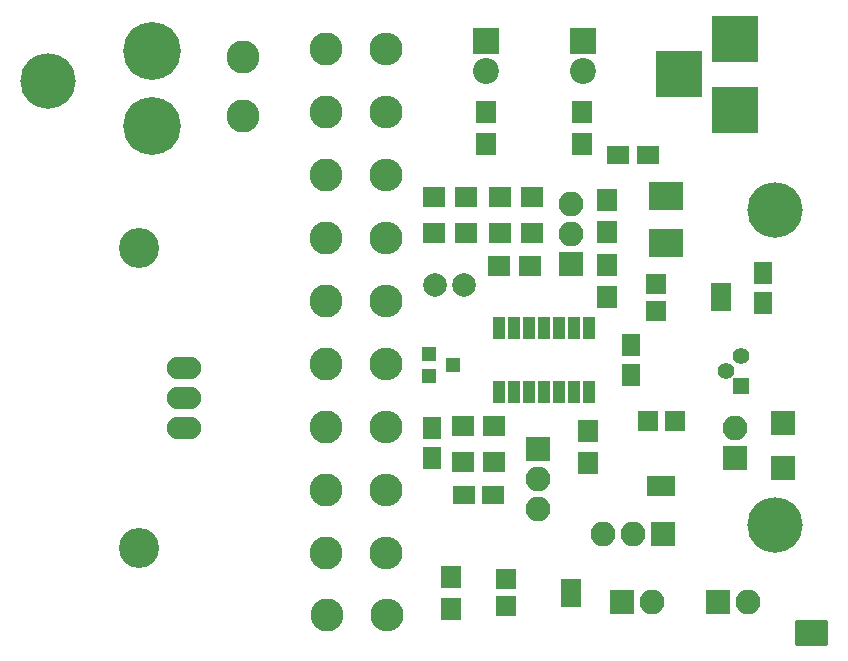
<source format=gbr>
G04 #@! TF.FileFunction,Soldermask,Top*
%FSLAX46Y46*%
G04 Gerber Fmt 4.6, Leading zero omitted, Abs format (unit mm)*
G04 Created by KiCad (PCBNEW 4.0.1-stable) date 10/30/2017 21:56:46*
%MOMM*%
G01*
G04 APERTURE LIST*
%ADD10C,0.100000*%
%ADD11R,1.900000X1.700000*%
%ADD12R,1.650000X1.900000*%
%ADD13R,2.100000X2.100000*%
%ADD14O,2.100000X2.100000*%
%ADD15C,1.400000*%
%ADD16R,1.400000X1.400000*%
%ADD17O,2.899360X1.901140*%
%ADD18R,1.700000X1.900000*%
%ADD19C,3.400000*%
%ADD20C,4.700000*%
%ADD21R,1.300000X1.200000*%
%ADD22R,2.900000X2.400000*%
%ADD23R,1.900000X1.650000*%
%ADD24R,2.200000X2.200000*%
%ADD25C,2.200000*%
%ADD26R,2.080000X2.080000*%
%ADD27C,2.800000*%
%ADD28O,2.800000X2.800000*%
%ADD29R,1.700000X2.400000*%
%ADD30R,1.700000X1.700000*%
%ADD31R,2.400000X1.700000*%
%ADD32C,2.000000*%
%ADD33R,1.000000X1.900000*%
%ADD34R,3.900000X3.900000*%
%ADD35C,4.900880*%
%ADD36C,0.254000*%
G04 APERTURE END LIST*
D10*
D11*
X136826000Y-79375000D03*
X139526000Y-79375000D03*
D12*
X153543000Y-91420000D03*
X153543000Y-88920000D03*
D13*
X160909000Y-110617000D03*
D14*
X163449000Y-110617000D03*
D13*
X162306000Y-98425000D03*
D14*
X162306000Y-95885000D03*
D15*
X161544000Y-91059000D03*
X162814000Y-89789000D03*
D16*
X162814000Y-92329000D03*
D17*
X115697000Y-93345000D03*
X115697000Y-95885000D03*
X115697000Y-90805000D03*
D11*
X139526000Y-76327000D03*
X136826000Y-76327000D03*
D18*
X151511000Y-84789000D03*
X151511000Y-82089000D03*
D11*
X142414000Y-76327000D03*
X145114000Y-76327000D03*
X145114000Y-79375000D03*
X142414000Y-79375000D03*
X142287000Y-82169000D03*
X144987000Y-82169000D03*
D18*
X149352000Y-71835000D03*
X149352000Y-69135000D03*
X151511000Y-79328000D03*
X151511000Y-76628000D03*
X141224000Y-71835000D03*
X141224000Y-69135000D03*
D11*
X139239000Y-98806000D03*
X141939000Y-98806000D03*
X139239000Y-95758000D03*
X141939000Y-95758000D03*
D18*
X149860000Y-96186000D03*
X149860000Y-98886000D03*
X138303000Y-111205000D03*
X138303000Y-108505000D03*
D19*
X111887000Y-80645000D03*
X111887000Y-106045000D03*
D20*
X104140000Y-66548000D03*
X165735000Y-77470000D03*
X165735000Y-104140000D03*
D21*
X136414000Y-89601000D03*
X136414000Y-91501000D03*
X138414000Y-90551000D03*
D22*
X156464000Y-76232000D03*
X156464000Y-80232000D03*
D23*
X154920000Y-72771000D03*
X152420000Y-72771000D03*
X139339000Y-101600000D03*
X141839000Y-101600000D03*
D12*
X136652000Y-95905000D03*
X136652000Y-98405000D03*
X164719000Y-85324000D03*
X164719000Y-82824000D03*
D24*
X149479000Y-63119000D03*
D25*
X149479000Y-65659000D03*
D24*
X141224000Y-63119000D03*
D25*
X141224000Y-65659000D03*
D26*
X166370000Y-99264000D03*
X166370000Y-95504000D03*
D27*
X127762000Y-111760000D03*
D28*
X132842000Y-111760000D03*
D27*
X127698500Y-106489500D03*
D28*
X132778500Y-106489500D03*
D27*
X127698500Y-101155500D03*
D28*
X132778500Y-101155500D03*
D27*
X127698500Y-95821500D03*
D28*
X132778500Y-95821500D03*
D27*
X127698500Y-90487500D03*
D28*
X132778500Y-90487500D03*
D27*
X127698500Y-85153500D03*
D28*
X132778500Y-85153500D03*
D27*
X127698500Y-79819500D03*
D28*
X132778500Y-79819500D03*
D27*
X127698500Y-74485500D03*
D28*
X132778500Y-74485500D03*
D27*
X127698500Y-69151500D03*
D28*
X132778500Y-69151500D03*
D27*
X127698500Y-63817500D03*
D28*
X132778500Y-63817500D03*
D29*
X161163000Y-84836000D03*
D30*
X155663000Y-85986000D03*
X155663000Y-83686000D03*
D13*
X148463000Y-82042000D03*
D14*
X148463000Y-79502000D03*
X148463000Y-76962000D03*
D31*
X156083000Y-100838000D03*
D30*
X154933000Y-95338000D03*
X157233000Y-95338000D03*
D29*
X148463000Y-109855000D03*
D30*
X142963000Y-111005000D03*
X142963000Y-108705000D03*
D13*
X145669000Y-97663000D03*
D14*
X145669000Y-100203000D03*
X145669000Y-102743000D03*
D13*
X156210000Y-104902000D03*
D14*
X153670000Y-104902000D03*
X151130000Y-104902000D03*
D32*
X136906000Y-83820000D03*
X139406000Y-83820000D03*
D27*
X120650000Y-69469000D03*
X120650000Y-64469000D03*
D33*
X149987000Y-87470000D03*
X148717000Y-87470000D03*
X147447000Y-87470000D03*
X146177000Y-87470000D03*
X144907000Y-87470000D03*
X143637000Y-87470000D03*
X142367000Y-87470000D03*
X142367000Y-92870000D03*
X143637000Y-92870000D03*
X144907000Y-92870000D03*
X146177000Y-92870000D03*
X147447000Y-92870000D03*
X148717000Y-92870000D03*
X149987000Y-92870000D03*
D34*
X162306000Y-68961000D03*
X162306000Y-62961000D03*
X157606000Y-65961000D03*
D13*
X152781000Y-110617000D03*
D14*
X155321000Y-110617000D03*
D35*
X112966500Y-63944500D03*
X112966500Y-70294500D03*
D36*
G36*
X170053000Y-114173000D02*
X167513000Y-114173000D01*
X167513000Y-112268000D01*
X170053000Y-112268000D01*
X170053000Y-114173000D01*
X170053000Y-114173000D01*
G37*
X170053000Y-114173000D02*
X167513000Y-114173000D01*
X167513000Y-112268000D01*
X170053000Y-112268000D01*
X170053000Y-114173000D01*
M02*

</source>
